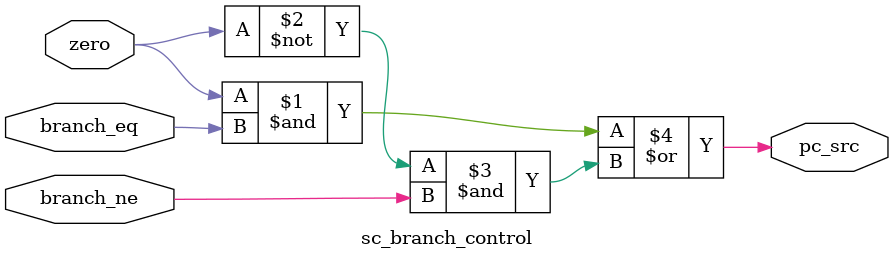
<source format=sv>
`timescale 1ns / 1ps

module sc_branch_control(
    input  logic zero,
    input  logic branch_eq,
    input  logic branch_ne,
    output logic pc_src
    );

    assign pc_src = (zero & branch_eq) | (~zero & branch_ne);

endmodule

</source>
